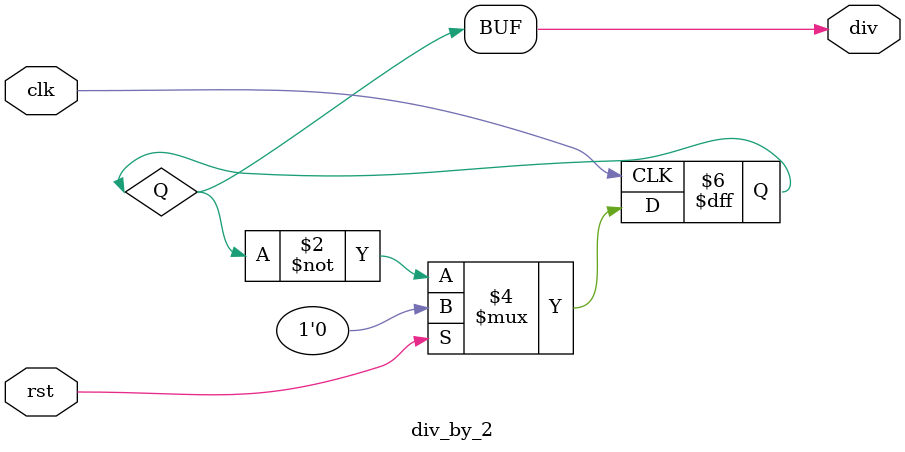
<source format=v>
module div_by_2(input clk, rst,
                output div);
  
  reg Q;
  
  always @ (posedge clk) begin
    if (rst)
      Q <= 1'b0;
    else
      Q <= ~Q;
  end
  
  assign div = Q;
  
endmodule

</source>
